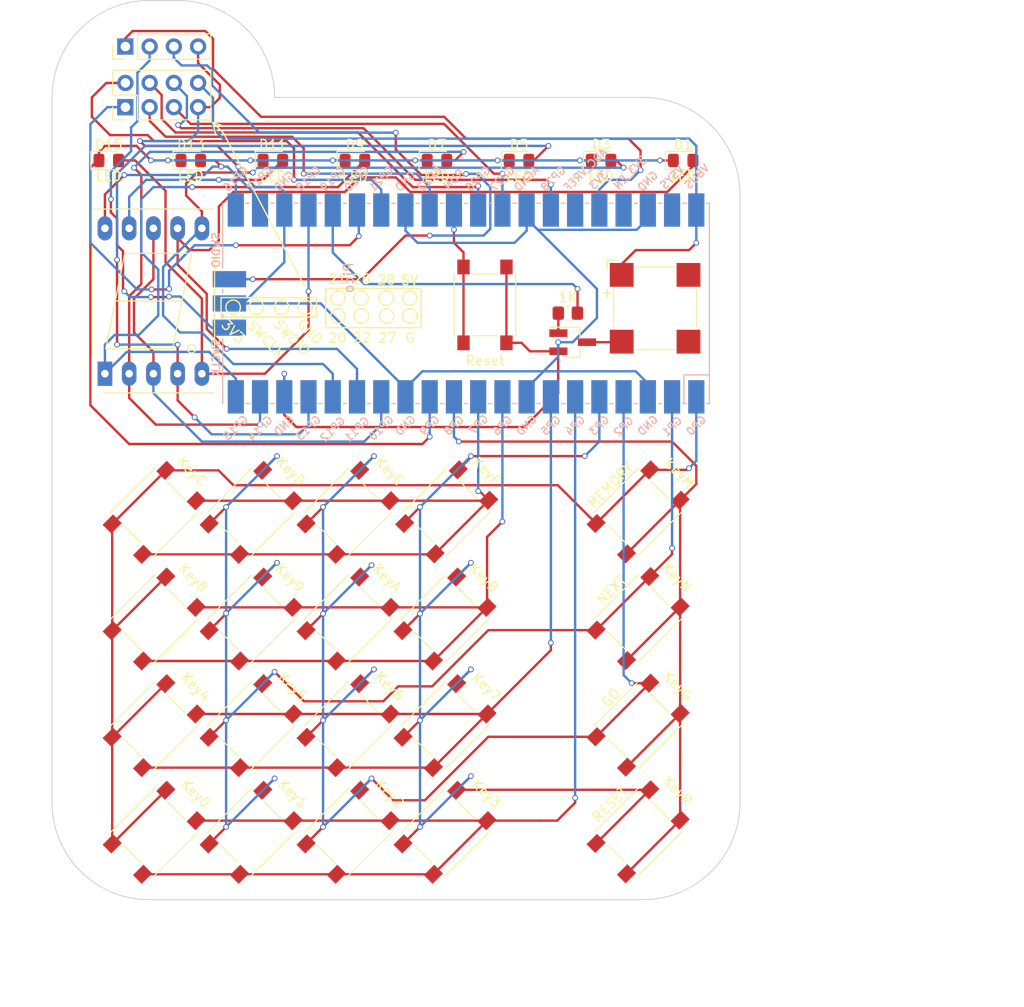
<source format=kicad_pcb>
(kicad_pcb (version 20211014) (generator pcbnew)
  (layers (0 "F.Cu" signal) (31 "B.Cu" signal) (34 "B.Paste" user) (35 "F.Paste" user) (36 "B.SilkS" user "B.Silkscreen") (37 "F.SilkS" user "F.Silkscreen") (38 "B.Mask" user) (39 "F.Mask" user) (44 "Edge.Cuts" user))
  (net 0 "")
  (net 1 "VBUS")
  (net 2 "Net-(BZ1-Pad2)")
  (net 3 "GPIO09")
  (net 4 "GPIO11")
  (net 5 "GPIO12")
  (net 6 "GPIO13")
  (net 7 "GPIO14")
  (net 8 "GPIO15")
  (net 9 "GPIO16")
  (net 10 "GPIO17")
  (net 11 "GPIO18")
  (net 12 "+3V3")
  (net 13 "SWCLK")
  (net 14 "SWDIO")
  (net 15 "GND")
  (net 16 "GPIO20")
  (net 17 "GPIO21")
  (net 18 "GPIO22")
  (net 19 "GPIO26")
  (net 20 "GPIO28")
  (net 21 "GPIO27")
  (net 22 "GPIO19")
  (net 23 "GPIO00")
  (net 24 "GPIO04")
  (net 25 "GPIO01")
  (net 26 "GPIO02")
  (net 27 "GPIO03")
  (net 28 "GPIO05")
  (net 29 "GPIO06")
  (net 30 "GPIO07")
  (net 31 "GPIO08")
  (net 32 "GPIO10")
  (net 36 "RUN")
  (net 37 "Net-(Q1-Pad1)")
  (footprint "Button_Switch_SMD:SW_Push_1P1T_NO_6x6mm_H9.5mm" (layer "F.Cu") (at 116.41574 141.274241 45)
    (fp_text reference "SW10" hide)
    (fp_text value "Key9")
  )
  (footprint "Package_TO_SOT_SMD:SOT-23_Handsoldering" (layer "F.Cu") (at 150.114 112.268)
    (fp_text reference "Q1" hide)
    (fp_text value "S8050_SMD")
  )
  (footprint "Button_Switch_SMD:SW_Push_1P1T_NO_6x6mm_H9.5mm" (layer "F.Cu") (at 136.73574 141.274241 45)
    (fp_text reference "SW12" hide)
    (fp_text value "KeyB")
  )
  (footprint "Button_Switch_SMD:SW_Push_1P1T_NO_6x6mm_H9.5mm" (layer "F.Cu") (at 126.57574 130.098241 45)
    (fp_text reference "SW15" hide)
    (fp_text value "KeyE")
  )
  (footprint "Button_Switch_SMD:SW_Push_1P1T_NO_6x6mm_H9.5mm" (layer "F.Cu") (at 126.57574 141.274241 45)
    (fp_text reference "SW11" hide)
    (fp_text value "KeyA")
  )
  (footprint "LED_SMD:LED_0805_2012Metric_Pad1.15x1.40mm_HandSolder" (layer "F.Cu") (at 135.89 93.218)
    (fp_text reference "D7")
    (fp_text value "LED")
  )
  (footprint "Connector_PinHeader_2.54mm:PinHeader_1x04_P2.54mm_Vertical" (layer "F.Cu") (at 103.2356 81.28 90)
    (fp_text reference "J1" hide)
    (fp_text value "Conn_SWD")
  )
  (footprint "LED_SMD:LED_0805_2012Metric_Pad1.15x1.40mm_HandSolder" (layer "F.Cu") (at 110.090858 93.218)
    (fp_text reference "D13")
    (fp_text value "LED")
  )
  (footprint "Button_Switch_SMD:SW_Push_1P1T_NO_6x6mm_H9.5mm" (layer "F.Cu") (at 126.57574 163.626241 45)
    (fp_text reference "SW3" hide)
    (fp_text value "Key2")
  )
  (footprint "Button_Switch_SMD:SW_Push_1P1T_NO_6x6mm_H9.5mm" (layer "F.Cu") (at 136.73574 163.626241 45)
    (fp_text reference "SW4" hide)
    (fp_text value "Key3")
  )
  (footprint "Button_Switch_SMD:SW_Push_1P1T_NO_6x6mm_H9.5mm" (layer "F.Cu") (at 106.25574 152.450241 45)
    (fp_text reference "SW5" hide)
    (fp_text value "Key4")
  )
  (footprint "Button_Switch_SMD:SW_Push_1P1T_NO_6x6mm_H9.5mm" (layer "F.Cu") (at 116.41574 163.626241 45)
    (fp_text reference "SW2" hide)
    (fp_text value "Key1")
  )
  (footprint "Connector_PinHeader_2.54mm:PinHeader_2x04_P2.54mm_Vertical" (layer "F.Cu") (at 103.2356 87.635 90)
    (fp_text reference "J2" hide)
    (fp_text value "Conn_Exp")
  )
  (footprint "LED_SMD:LED_0805_2012Metric_Pad1.15x1.40mm_HandSolder" (layer "F.Cu") (at 153.089428 93.218)
    (fp_text reference "D3")
    (fp_text value "LED")
  )
  (footprint "LED_SMD:LED_0805_2012Metric_Pad1.15x1.40mm_HandSolder" (layer "F.Cu") (at 101.491144 93.218)
    (fp_text reference "D15")
    (fp_text value "LED")
  )
  (footprint "Button_Switch_SMD:SW_Push_1P1T_NO_6x6mm_H9.5mm" (layer "F.Cu") (at 156.972 163.576 45)
    (fp_text reference "SW20" hide)
    (fp_text value "KeyR")
  )
  (footprint "LED_SMD:LED_0805_2012Metric_Pad1.15x1.40mm_HandSolder" (layer "F.Cu") (at 118.690572 93.218)
    (fp_text reference "D11")
    (fp_text value "LED")
  )
  (footprint "Buzzer_Beeper:MagneticBuzzer_CUI_CMT-8504-100-SMT" (layer "F.Cu") (at 158.75 108.712)
    (fp_text reference "BZ1" hide)
    (fp_text value "Buzzer")
  )
  (footprint "Button_Switch_SMD:SW_Push_1P1T_NO_6x6mm_H9.5mm" (layer "F.Cu") (at 156.972 152.4 45)
    (fp_text reference "SW19" hide)
    (fp_text value "KeyG")
  )
  (footprint "Button_Switch_SMD:SW_Push_1P1T_NO_6x6mm_H9.5mm" (layer "F.Cu") (at 136.73574 152.450241 45)
    (fp_text reference "SW8" hide)
    (fp_text value "Key7")
  )
  (footprint "Button_Switch_SMD:SW_Push_1P1T_NO_6x6mm_H9.5mm" (layer "F.Cu") (at 126.57574 152.450241 45)
    (fp_text reference "SW7" hide)
    (fp_text value "Key6")
  )
  (footprint "LED_SMD:LED_0805_2012Metric_Pad1.15x1.40mm_HandSolder" (layer "F.Cu") (at 127.290286 93.218)
    (fp_text reference "D9")
    (fp_text value "LED")
  )
  (footprint "Resistor_SMD:R_0805_2012Metric_Pad1.20x1.40mm_HandSolder" (layer "F.Cu") (at 149.606 109.22 180)
    (fp_text reference "R1" hide)
    (fp_text value "1K")
  )
  (footprint "Button_Switch_SMD:SW_Push_1P1T_NO_6x6mm_H9.5mm" (layer "F.Cu") (at 106.25574 130.098241 45)
    (fp_text reference "SW13" hide)
    (fp_text value "KeyC")
  )
  (footprint "Button_Switch_SMD:SW_Push_1P1T_NO_6x6mm_H9.5mm" (layer "F.Cu") (at 106.25574 141.274241 45)
    (fp_text reference "SW9" hide)
    (fp_text value "Key8")
  )
  (footprint "Button_Switch_SMD:SW_Push_1P1T_NO_6x6mm_H9.5mm" (layer "F.Cu") (at 156.972 130.048 45)
    (fp_text reference "SW17" hide)
    (fp_text value "KeyM")
  )
  (footprint "Button_Switch_SMD:SW_Push_1P1T_NO_6x6mm_H9.5mm" (layer "F.Cu") (at 106.25574 163.626241 45)
    (fp_text reference "SW1" hide)
    (fp_text value "Key0")
  )
  (footprint "LED_SMD:LED_0805_2012Metric_Pad1.15x1.40mm_HandSolder" (layer "F.Cu") (at 161.689144 93.218)
    (fp_text reference "D1")
    (fp_text value "LED")
  )
  (footprint "LED_SMD:LED_0805_2012Metric_Pad1.15x1.40mm_HandSolder" (layer "F.Cu") (at 144.489714 93.218)
    (fp_text reference "D5")
    (fp_text value "LED")
  )
  (footprint "Display_7Segment:7SegmentLED_LTS6760_LTS6780" (layer "F.Cu") (at 101.092 115.57 90)
    (fp_text reference "U2" hide)
    (fp_text value "D168K")
  )
  (footprint "Button_Switch_SMD:SW_Push_1P1T_NO_6x6mm_H9.5mm" (layer "F.Cu") (at 116.41574 152.450241 45)
    (fp_text reference "SW6" hide)
    (fp_text value "Key5")
  )
  (footprint "Button_Switch_SMD:SW_Push_1P1T_NO_6x6mm_H9.5mm" (layer "F.Cu") (at 116.41574 130.098241 45)
    (fp_text reference "SW14" hide)
    (fp_text value "KeyD")
  )
  (footprint "Button_Switch_SMD:SW_Push_1P1T_NO_6x6mm_H9.5mm" (layer "F.Cu") (at 156.972 141.224 45)
    (fp_text reference "SW18" hide)
    (fp_text value "KeyN")
  )
  (footprint "Button_Switch_SMD:SW_Push_1P1T_NO_6x6mm_H9.5mm" (layer "F.Cu") (at 140.9192 108.3564 90)
    (fp_text reference "Reset")
    (fp_text value "Hard Reset")
  )
  (footprint "Button_Switch_SMD:SW_Push_1P1T_NO_6x6mm_H9.5mm" (layer "F.Cu") (at 136.906 130.048 45)
    (fp_text reference "SW16" hide)
    (fp_text value "KeyF")
  )
  (footprint "RP Pico:RPi_Pico_SMD_TH" (layer "B.Cu") (at 138.938 108.204 90)
    (fp_text reference "U1" hide)
    (fp_text value "Pico")
  )
  (gr_line (start 112.404464 89.239664) (end 112.655911 90.353215) (layer "F.SilkS") (width 0.15))
  (gr_circle (center 133.0452 109.5248) (end 132.2832 109.5248) (layer "F.SilkS") (width 0.15) (fill none))
  (gr_circle (center 119.6086 108.6104) (end 118.8466 108.6104) (layer "F.SilkS") (width 0.15) (fill none))
  (gr_circle (center 130.5814 107.6452) (end 129.8194 107.6452) (layer "F.SilkS") (width 0.15) (fill none))
  (gr_circle (center 122.047 108.6104) (end 121.285 108.6104) (layer "F.SilkS") (width 0.15) (fill none))
  (gr_line (start 113.518015 90.353215) (end 121.9708 106.3244) (layer "F.SilkS") (width 0.15))
  (gr_rect (start 113.2586 107.5944) (end 123.2662 109.6264) (layer "F.SilkS") (width 0.15) (fill none))
  (gr_circle (center 125.5268 109.5248) (end 124.7648 109.5248) (layer "F.SilkS") (width 0.15) (fill none))
  (gr_rect (start 124.2314 106.6292) (end 134.239 110.744) (layer "F.SilkS") (width 0.15) (fill none))
  (gr_circle (center 127.9398 107.6452) (end 127.1778 107.6452) (layer "F.SilkS") (width 0.15) (fill none))
  (gr_circle (center 116.967 108.6104) (end 116.205 108.6104) (layer "F.SilkS") (width 0.15) (fill none))
  (gr_circle (center 127.9652 109.5248) (end 127.2032 109.5248) (layer "F.SilkS") (width 0.15) (fill none))
  (gr_circle (center 130.6068 109.5248) (end 129.8448 109.5248) (layer "F.SilkS") (width 0.15) (fill none))
  (gr_line (start 112.440385 89.275585) (end 113.518015 90.353215) (layer "F.SilkS") (width 0.15))
  (gr_circle (center 114.5286 108.6104) (end 113.7666 108.6104) (layer "F.SilkS") (width 0.15) (fill none))
  (gr_circle (center 133.0198 107.6452) (end 132.2578 107.6452) (layer "F.SilkS") (width 0.15) (fill none))
  (gr_line (start 112.404464 89.239664) (end 113.482094 89.598874) (layer "F.SilkS") (width 0.15))
  (gr_circle (center 125.5014 107.6452) (end 124.7394 107.6452) (layer "F.SilkS") (width 0.15) (fill none))
  (gr_line (start 95.5548 160.528) (end 95.5548 86.614) (layer "Edge.Cuts") (width 0.1))
  (gr_arc (start 157.48 86.614) (mid 164.664205 89.589795) (end 167.64 96.774) (layer "Edge.Cuts") (width 0.1))
  (gr_line (start 157.48 170.688) (end 105.7148 170.688) (layer "Edge.Cuts") (width 0.1))
  (gr_arc (start 95.5548 86.614) (mid 98.530595 79.429795) (end 105.7148 76.454) (layer "Edge.Cuts") (width 0.1))
  (gr_line (start 167.64 96.774) (end 167.64 160.528) (layer "Edge.Cuts") (width 0.1))
  (gr_arc (start 105.7148 170.688) (mid 98.530595 167.712205) (end 95.5548 160.528) (layer "Edge.Cuts") (width 0.1))
  (gr_arc (start 167.64 160.528) (mid 164.664205 167.712205) (end 157.48 170.688) (layer "Edge.Cuts") (width 0.1))
  (gr_arc (start 108.712 76.454) (mid 115.896205 79.429795) (end 118.872 86.614) (layer "Edge.Cuts") (width 0.1))
  (gr_line (start 105.7148 76.454) (end 108.712 76.454) (layer "Edge.Cuts") (width 0.1))
  (gr_line (start 118.872 86.614) (end 157.48 86.614) (layer "Edge.Cuts") (width 0.1))
  (gr_text "5V" (at 133.0198 105.7656) (layer "F.SilkS") (effects (font (size 1 1))))
  (gr_text "GND" (at 122.555 111.1504 315) (layer "F.SilkS") (effects (font (size 1 1))))
  (gr_text "NEXT" (at 154.178 138.2268 45) (layer "F.SilkS") (effects (font (size 1 1))))
  (gr_text "27" (at 130.683 111.8108) (layer "F.SilkS") (effects (font (size 1 1))))
  (gr_text "MEMORY" (at 154.0764 127.254 45) (layer "F.SilkS") (effects (font (size 1 1))))
  (gr_text "28" (at 130.5814 105.7148) (layer "F.SilkS") (effects (font (size 1 1))))
  (gr_text "SWCLK" (at 117.983 111.9632 315) (layer "F.SilkS") (effects (font (size 1 1))))
  (gr_text "3V3" (at 114.5286 111.1504 315) (layer "F.SilkS") (effects (font (size 1 1))))
  (gr_text "GO" (at 154.1272 149.5044 45) (layer "F.SilkS") (effects (font (size 1 1))))
  (gr_text "20" (at 125.4506 111.8108) (layer "F.SilkS") (effects (font (size 1 1))))
  (gr_text "21" (at 125.4506 105.664) (layer "F.SilkS") (effects (font (size 1 1))))
  (gr_text "RESET" (at 154.0256 160.6804 45) (layer "F.SilkS") (effects (font (size 1 1))))
  (gr_text "SWDIO" (at 120.6754 111.76 315) (layer "F.SilkS") (effects (font (size 1 1))))
  (gr_text "22" (at 127.9906 111.8108) (layer "F.SilkS") (effects (font (size 1 1))))
  (gr_text "26" (at 127.9906 105.664) (layer "F.SilkS") (effects (font (size 1 1))))
  (gr_text "G" (at 133.0706 111.8108) (layer "F.SilkS") (effects (font (size 1 1))))
  (segment (start 156.718 102.616) (end 161.544 102.616) (width 0.25) (layer "F.Cu") (net 1))
  (segment (start 162.306 102.616) (end 163.068 101.854) (width 0.25) (layer "F.Cu") (net 1))
  (segment (start 155.25 104.084) (end 156.718 102.616) (width 0.25) (layer "F.Cu") (net 1))
  (segment (start 161.544 102.616) (end 162.306 102.616) (width 0.25) (layer "F.Cu") (net 1))
  (segment (start 155.25 105.212) (end 155.25 104.084) (width 0.25) (layer "F.Cu") (net 1))
  (via (at 163.068 101.854) (size 0.6) (drill 0.4) (layers "F.Cu" "B.Cu") (net 1))
  (segment (start 163.068 101.854) (end 163.068 99.314) (width 0.25) (layer "B.Cu") (net 1))
  (segment (start 113.4872 90.932) (end 162.306 90.932) (width 0.25) (layer "B.Cu") (net 1))
  (segment (start 162.306 90.932) (end 163.068 91.694) (width 0.25) (layer "B.Cu") (net 1))
  (segment (start 163.068 91.694) (end 163.068 99.314) (width 0.25) (layer "B.Cu") (net 1))
  (segment (start 112.4204 86.6598) (end 112.4204 89.8652) (width 0.25) (layer "B.Cu") (net 1))
  (segment (start 110.8556 85.095) (end 112.4204 86.6598) (width 0.25) (layer "B.Cu") (net 1))
  (segment (start 112.4204 89.8652) (end 113.4872 90.932) (width 0.25) (layer "B.Cu") (net 1))
  (segment (start 155.194 112.268) (end 155.25 112.212) (width 0.25) (layer "F.Cu") (net 2))
  (segment (start 151.614 112.268) (end 155.194 112.268) (width 0.25) (layer "F.Cu") (net 2))
  (segment (start 152.064428 93.218) (end 150.876 93.218) (width 0.25) (layer "F.Cu") (net 3))
  (segment (start 103.632 122.936) (end 134.366 122.936) (width 0.25) (layer "F.Cu") (net 3))
  (segment (start 109.065858 93.218) (end 107.696 93.218) (width 0.25) (layer "F.Cu") (net 3))
  (segment (start 101.092 91.694) (end 100.466144 92.319856) (width 0.25) (layer "F.Cu") (net 3))
  (segment (start 105.918 93.218) (end 104.394 91.694) (width 0.25) (layer "F.Cu") (net 3))
  (segment (start 100.466144 93.218) (end 100.33 93.218) (width 0.25) (layer "F.Cu") (net 3))
  (segment (start 100.33 93.218) (end 99.568 93.98) (width 0.25) (layer "F.Cu") (net 3))
  (segment (start 143.464714 93.218) (end 142.24 93.218) (width 0.25) (layer "F.Cu") (net 3))
  (segment (start 160.664144 93.218) (end 159.258 93.218) (width 0.25) (layer "F.Cu") (net 3))
  (segment (start 99.568 118.872) (end 103.632 122.936) (width 0.25) (layer "F.Cu") (net 3))
  (segment (start 126.265286 93.218) (end 124.968 93.218) (width 0.25) (layer "F.Cu") (net 3))
  (segment (start 134.865 93.218) (end 133.604 93.218) (width 0.25) (layer "F.Cu") (net 3))
  (segment (start 99.568 93.98) (end 99.568 118.872) (width 0.25) (layer "F.Cu") (net 3))
  (segment (start 100.466144 92.319856) (end 100.466144 93.218) (width 0.25) (layer "F.Cu") (net 3))
  (segment (start 104.394 91.694) (end 101.092 91.694) (width 0.25) (layer "F.Cu") (net 3))
  (segment (start 117.665572 93.218) (end 116.332 93.218) (width 0.25) (layer "F.Cu") (net 3))
  (segment (start 134.366 122.936) (end 135.128 122.174) (width 0.25) (layer "F.Cu") (net 3))
  (via (at 135.128 122.174) (size 0.6) (drill 0.4) (layers "F.Cu" "B.Cu") (net 3))
  (via (at 159.258 93.218) (size 0.6) (drill 0.4) (layers "F.Cu" "B.Cu") (net 3))
  (via (at 116.332 93.218) (size 0.6) (drill 0.4) (layers "F.Cu" "B.Cu") (net 3))
  (via (at 150.876 93.218) (size 0.6) (drill 0.4) (layers "F.Cu" "B.Cu") (net 3))
  (via (at 142.24 93.218) (size 0.6) (drill 0.4) (layers "F.Cu" "B.Cu") (net 3))
  (via (at 124.968 93.218) (size 0.6) (drill 0.4) (layers "F.Cu" "B.Cu") (net 3))
  (via (at 107.696 93.218) (size 0.6) (drill 0.4) (layers "F.Cu" "B.Cu") (net 3))
  (via (at 105.918 93.218) (size 0.6) (drill 0.4) (layers "F.Cu" "B.Cu") (net 3))
  (via (at 133.604 93.218) (size 0.6) (drill 0.4) (layers "F.Cu" "B.Cu") (net 3))
  (segment (start 159.258 93.218) (end 150.876 93.218) (width 0.25) (layer "B.Cu") (net 3))
  (segment (start 107.696 93.218) (end 105.918 93.218) (width 0.25) (layer "B.Cu") (net 3))
  (segment (start 133.604 93.218) (end 124.968 93.218) (width 0.25) (layer "B.Cu") (net 3))
  (segment (start 150.876 93.218) (end 142.24 93.218) (width 0.25) (layer "B.Cu") (net 3))
  (segment (start 124.968 93.218) (end 116.332 93.218) (width 0.25) (layer "B.Cu") (net 3))
  (segment (start 116.332 93.218) (end 107.696 93.218) (width 0.25) (layer "B.Cu") (net 3))
  (segment (start 135.128 122.174) (end 135.128 117.094) (width 0.25) (layer "B.Cu") (net 3))
  (segment (start 142.24 93.218) (end 133.604 93.218) (width 0.25) (layer "B.Cu") (net 3))
  (segment (start 111.76 110.876822) (end 113.852589 112.969411) (width 0.25) (layer "F.Cu") (net 4))
  (segment (start 108.712 100.33) (end 108.712 104.14) (width 0.25) (layer "F.Cu") (net 4))
  (segment (start 162.714144 93.825856) (end 162.714144 93.218) (width 0.25) (layer "F.Cu") (net 4))
  (segment (start 127.762 94.996) (end 131.572 94.996) (width 0.25) (layer "F.Cu") (net 4))
  (segment (start 133.096 96.52) (end 160.02 96.52) (width 0.25) (layer "F.Cu") (net 4))
  (segment (start 114.554 96.52) (end 126.238 96.52) (width 0.25) (layer "F.Cu") (net 4))
  (segment (start 111.76 107.188) (end 111.76 110.236) (width 0.25) (layer "F.Cu") (net 4))
  (segment (start 108.712 104.14) (end 111.252 106.68) (width 0.25) (layer "F.Cu") (net 4))
  (segment (start 131.572 94.996) (end 133.096 96.52) (width 0.25) (layer "F.Cu") (net 4))
  (segment (start 160.02 96.52) (end 162.714144 93.825856) (width 0.25) (layer "F.Cu") (net 4))
  (segment (start 108.712 100.33) (end 108.712 101.346) (width 0.25) (layer "F.Cu") (net 4))
  (segment (start 113.03 98.044) (end 114.554 96.52) (width 0.25) (layer "F.Cu") (net 4))
  (segment (start 111.252 106.68) (end 111.76 107.188) (width 0.25) (layer "F.Cu") (net 4))
  (segment (start 108.712 101.346) (end 109.982 102.616) (width 0.25) (layer "F.Cu") (net 4))
  (segment (start 112.014 102.616) (end 113.03 101.6) (width 0.25) (layer "F.Cu") (net 4))
  (segment (start 111.76 110.236) (end 111.76 110.876822) (width 0.25) (layer "F.Cu") (net 4))
  (segment (start 113.03 101.6) (end 113.03 98.044) (width 0.25) (layer "F.Cu") (net 4))
  (segment (start 126.238 96.52) (end 127.762 94.996) (width 0.25) (layer "F.Cu") (net 4))
  (segment (start 109.982 102.616) (end 112.014 102.616) (width 0.25) (layer "F.Cu") (net 4))
  (via (at 113.852589 112.969411) (size 0.6) (drill 0.4) (layers "F.Cu" "B.Cu") (net 4))
  (segment (start 125.415411 112.969411) (end 127.508 115.062) (width 0.25) (layer "B.Cu") (net 4))
  (segment (start 127.508 115.062) (end 127.508 117.094) (width 0.25) (layer "B.Cu") (net 4))
  (segment (start 113.852589 112.969411) (end 125.415411 112.969411) (width 0.25) (layer "B.Cu") (net 4))
  (segment (start 109.601 95.631) (end 109.601 96.901) (width 0.25) (layer "F.Cu") (net 5))
  (segment (start 109.601 96.901) (end 111.252 98.552) (width 0.25) (layer "F.Cu") (net 5))
  (segment (start 154.686 93.218) (end 155.448 93.98) (width 0.25) (layer "F.Cu") (net 5))
  (segment (start 154.114428 93.218) (end 154.686 93.218) (width 0.25) (layer "F.Cu") (net 5))
  (segment (start 116.586 94.488) (end 110.744 94.488) (width 0.25) (layer "F.Cu") (net 5))
  (segment (start 110.744 94.488) (end 109.601 95.631) (width 0.25) (layer "F.Cu") (net 5))
  (segment (start 111.252 98.552) (end 111.252 100.33) (width 0.25) (layer "F.Cu") (net 5))
  (via (at 116.586 94.488) (size 0.6) (drill 0.4) (layers "F.Cu" "B.Cu") (net 5))
  (via (at 155.448 93.98) (size 0.6) (drill 0.4) (layers "F.Cu" "B.Cu") (net 5))
  (segment (start 107.188 104.394) (end 107.188 109.474) (width 0.25) (layer "B.Cu") (net 5))
  (segment (start 155.448 93.98) (end 118.11 93.98) (width 0.25) (layer "B.Cu") (net 5))
  (segment (start 124.968 115.57) (end 124.968 117.094) (width 0.25) (layer "B.Cu") (net 5))
  (segment (start 107.188 109.474) (end 108.966 111.252) (width 0.25) (layer "B.Cu") (net 5))
  (segment (start 123.952 114.554) (end 124.968 115.57) (width 0.25) (layer "B.Cu") (net 5))
  (segment (start 111.252 100.33) (end 107.188 104.394) (width 0.25) (layer "B.Cu") (net 5))
  (segment (start 111.252 111.252) (end 114.554 114.554) (width 0.25) (layer "B.Cu") (net 5))
  (segment (start 118.11 93.98) (end 117.094 93.98) (width 0.25) (layer "B.Cu") (net 5))
  (segment (start 117.094 93.98) (end 116.586 94.488) (width 0.25) (layer "B.Cu") (net 5))
  (segment (start 108.966 111.252) (end 111.252 111.252) (width 0.25) (layer "B.Cu") (net 5))
  (segment (start 114.554 114.554) (end 123.952 114.554) (width 0.25) (layer "B.Cu") (net 5))
  (segment (start 108.712 115.57) (end 108.712 118.364) (width 0.25) (layer "F.Cu") (net 6))
  (segment (start 146.05 93.218) (end 147.574 91.694) (width 0.25) (layer "F.Cu") (net 6))
  (segment (start 108.712 112.522) (end 108.712 115.57) (width 0.25) (layer "F.Cu") (net 6))
  (segment (start 102.362 103.632) (end 102.362 112.522) (width 0.25) (layer "F.Cu") (net 6))
  (segment (start 145.514714 93.218) (end 146.05 93.218) (width 0.25) (layer "F.Cu") (net 6))
  (segment (start 108.712 118.364) (end 110.49 120.142) (width 0.25) (layer "F.Cu") (net 6))
  (via (at 102.362 103.632) (size 0.6) (drill 0.4) (layers "F.Cu" "B.Cu") (net 6))
  (via (at 147.574 91.694) (size 0.6) (drill 0.4) (layers "F.Cu" "B.Cu") (net 6))
  (via (at 102.362 112.522) (size 0.6) (drill 0.4) (layers "F.Cu" "B.Cu") (net 6))
  (via (at 108.712 112.522) (size 0.6) (drill 0.4) (layers "F.Cu" "B.Cu") (net 6))
  (via (at 110.49 120.142) (size 0.6) (drill 0.4) (layers "F.Cu" "B.Cu") (net 6))
  (segment (start 147.574 91.694) (end 105.288807 91.694) (width 0.25) (layer "B.Cu") (net 6))
  (segment (start 110.49 120.142) (end 112.268 121.92) (width 0.25) (layer "B.Cu") (net 6))
  (segment (start 121.412 121.92) (end 122.428 120.904) (width 0.25) (layer "B.Cu") (net 6))
  (segment (start 102.362 94.620807) (end 102.362 103.632) (width 0.25) (layer "B.Cu") (net 6))
  (segment (start 105.288807 91.694) (end 102.362 94.620807) (width 0.25) (layer "B.Cu") (net 6))
  (segment (start 102.362 112.522) (end 108.712 112.522) (width 0.25) (layer "B.Cu") (net 6))
  (segment (start 122.428 120.904) (end 122.428 117.094) (width 0.25) (layer "B.Cu") (net 6))
  (segment (start 112.268 121.92) (end 121.412 121.92) (width 0.25) (layer "B.Cu") (net 6))
  (segment (start 103.632 107.442) (end 103.632 115.57) (width 0.25) (layer "F.Cu") (net 7))
  (segment (start 104.902 94.742) (end 104.902 106.172) (width 0.25) (layer "F.Cu") (net 7))
  (segment (start 104.14 93.98) (end 104.902 94.742) (width 0.25) (layer "F.Cu") (net 7))
  (segment (start 106.426 120.904) (end 117.348 120.904) (width 0.25) (layer "F.Cu") (net 7))
  (segment (start 137.7845 93.218) (end 138.684 92.3185) (width 0.25) (layer "F.Cu") (net 7))
  (segment (start 103.632 115.57) (end 103.632 118.11) (width 0.25) (layer "F.Cu") (net 7))
  (segment (start 136.915 93.218) (end 137.7845 93.218) (width 0.25) (layer "F.Cu") (net 7))
  (segment (start 104.902 106.172) (end 103.632 107.442) (width 0.25) (layer "F.Cu") (net 7))
  (segment (start 103.632 118.11) (end 106.426 120.904) (width 0.25) (layer "F.Cu") (net 7))
  (via (at 104.14 93.98) (size 0.6) (drill 0.4) (layers "F.Cu" "B.Cu") (net 7))
  (via (at 117.348 120.904) (size 0.6) (drill 0.4) (layers "F.Cu" "B.Cu") (net 7))
  (via (at 138.684 92.3185) (size 0.6) (drill 0.4) (layers "F.Cu" "B.Cu") (net 7))
  (segment (start 117.348 120.904) (end 117.348 117.094) (width 0.25) (layer "B.Cu") (net 7))
  (segment (start 105.8015 92.3185) (end 104.14 93.98) (width 0.25) (layer "B.Cu") (net 7))
  (segment (start 138.684 92.3185) (end 105.8015 92.3185) (width 0.25) (layer "B.Cu") (net 7))
  (segment (start 128.315286 93.218) (end 125.521286 96.012) (width 0.25) (layer "F.Cu") (net 8))
  (segment (start 125.521286 96.012) (end 110.236 96.012) (width 0.25) (layer "F.Cu") (net 8))
  (via (at 110.236 96.012) (size 0.6) (drill 0.4) (layers "F.Cu" "B.Cu") (net 8))
  (segment (start 101.092 115.57) (end 103.378 113.284) (width 0.25) (layer "B.Cu") (net 8))
  (segment (start 114.808 116.078) (end 114.808 117.094) (width 0.25) (layer "B.Cu") (net 8))
  (segment (start 106.172 96.012) (end 104.902 97.282) (width 0.25) (layer "B.Cu") (net 8))
  (segment (start 104.902 97.282) (end 104.902 102.87) (width 0.25) (layer "B.Cu") (net 8))
  (segment (start 104.902 102.87) (end 106.68 104.648) (width 0.25) (layer "B.Cu") (net 8))
  (segment (start 106.68 104.648) (end 106.68 109.474) (width 0.25) (layer "B.Cu") (net 8))
  (segment (start 104.648 111.506) (end 102.108 111.506) (width 0.25) (layer "B.Cu") (net 8))
  (segment (start 103.378 113.284) (end 112.014 113.284) (width 0.25) (layer "B.Cu") (net 8))
  (segment (start 102.108 111.506) (end 101.092 112.522) (width 0.25) (layer "B.Cu") (net 8))
  (segment (start 112.014 113.284) (end 114.808 116.078) (width 0.25) (layer "B.Cu") (net 8))
  (segment (start 106.68 109.474) (end 104.648 111.506) (width 0.25) (layer "B.Cu") (net 8))
  (segment (start 101.092 112.522) (end 101.092 115.57) (width 0.25) (layer "B.Cu") (net 8))
  (segment (start 110.236 96.012) (end 106.172 96.012) (width 0.25) (layer "B.Cu") (net 8))
  (segment (start 117.683572 95.25) (end 113.03 95.25) (width 0.25) (layer "F.Cu") (net 9))
  (segment (start 119.715572 93.218) (end 117.683572 95.25) (width 0.25) (layer "F.Cu") (net 9))
  (via (at 113.03 95.25) (size 0.6) (drill 0.4) (layers "F.Cu" "B.Cu") (net 9))
  (segment (start 113.03 95.25) (end 105.41 95.25) (width 0.25) (layer "B.Cu") (net 9))
  (segment (start 114.554 95.25) (end 114.808 95.504) (width 0.25) (layer "B.Cu") (net 9))
  (segment (start 105.41 95.25) (end 103.632 97.028) (width 0.25) (layer "B.Cu") (net 9))
  (segment (start 113.03 95.25) (end 114.554 95.25) (width 0.25) (layer "B.Cu") (net 9))
  (segment (start 114.808 95.504) (end 114.808 99.314) (width 0.25) (layer "B.Cu") (net 9))
  (segment (start 103.632 97.028) (end 103.632 100.33) (width 0.25) (layer "B.Cu") (net 9))
  (segment (start 111.115858 93.218) (end 112.6385 93.218) (width 0.25) (layer "F.Cu") (net 10))
  (segment (start 112.6385 93.218) (end 113.284 93.8635) (width 0.25) (layer "F.Cu") (net 10))
  (segment (start 101.092 100.33) (end 101.092 96.774) (width 0.25) (layer "F.Cu") (net 10))
  (segment (start 101.092 96.774) (end 103.124 94.742) (width 0.25) (layer "F.Cu") (net 10))
  (via (at 113.284 93.8635) (size 0.6) (drill 0.4) (layers "F.Cu" "B.Cu") (net 10))
  (via (at 103.124 94.742) (size 0.6) (drill 0.4) (layers "F.Cu" "B.Cu") (net 10))
  (segment (start 113.284 93.8635) (end 112.3845 93.8635) (width 0.25) (layer "B.Cu") (net 10))
  (segment (start 112.3845 93.8635) (end 111.506 94.742) (width 0.25) (layer "B.Cu") (net 10))
  (segment (start 117.348 99.314) (end 117.348 97.282) (width 0.25) (layer "B.Cu") (net 10))
  (segment (start 103.124 94.742) (end 111.506 94.742) (width 0.25) (layer "B.Cu") (net 10))
  (segment (start 113.9295 93.8635) (end 113.284 93.8635) (width 0.25) (layer "B.Cu") (net 10))
  (segment (start 117.348 97.282) (end 113.9295 93.8635) (width 0.25) (layer "B.Cu") (net 10))
  (segment (start 107.442 103.886) (end 111.252 107.696) (width 0.25) (layer "F.Cu") (net 11))
  (segment (start 104.835597 93.792403) (end 107.442 96.398806) (width 0.25) (layer "F.Cu") (net 11))
  (segment (start 107.442 96.398806) (end 107.442 103.886) (width 0.25) (layer "F.Cu") (net 11))
  (segment (start 117.856 115.57) (end 111.252 115.57) (width 0.25) (layer "F.Cu") (net 11))
  (segment (start 122.428 110.998) (end 117.856 115.57) (width 0.25) (layer "F.Cu") (net 11))
  (segment (start 104.261193 93.218) (end 104.835597 93.792403) (width 0.25) (layer "F.Cu") (net 11))
  (segment (start 102.516144 93.218) (end 104.261193 93.218) (width 0.25) (layer "F.Cu") (net 11))
  (segment (start 111.252 107.696) (end 111.252 115.57) (width 0.25) (layer "F.Cu") (net 11))
  (segment (start 122.428 106.934) (end 122.428 110.998) (width 0.25) (layer "F.Cu") (net 11))
  (via (at 122.428 106.934) (size 0.6) (drill 0.4) (layers "F.Cu" "B.Cu") (net 11))
  (segment (start 122.428 99.314) (end 122.428 106.934) (width 0.25) (layer "B.Cu") (net 11))
  (segment (start 157.226 92.202) (end 157.226 94.234) (width 0.25) (layer "F.Cu") (net 12))
  (segment (start 111.6076 79.6544) (end 112.4204 80.4672) (width 0.25) (layer "F.Cu") (net 12))
  (segment (start 112.4204 83.6168) (end 117.4496 88.646) (width 0.25) (layer "F.Cu") (net 12))
  (segment (start 117.4496 88.646) (end 136.652 88.646) (width 0.25) (layer "F.Cu") (net 12))
  (segment (start 138.938 90.932) (end 155.956 90.932) (width 0.25) (layer "F.Cu") (net 12))
  (segment (start 103.2356 81.28) (end 103.2356 80.4064) (width 0.25) (layer "F.Cu") (net 12))
  (segment (start 103.2356 80.4064) (end 103.9876 79.6544) (width 0.25) (layer "F.Cu") (net 12))
  (segment (start 155.956 90.932) (end 157.226 92.202) (width 0.25) (layer "F.Cu") (net 12))
  (segment (start 112.4204 80.4672) (end 112.4204 83.6168) (width 0.25) (layer "F.Cu") (net 12))
  (segment (start 136.652 88.646) (end 138.938 90.932) (width 0.25) (layer "F.Cu") (net 12))
  (segment (start 103.9876 79.6544) (end 111.6076 79.6544) (width 0.25) (layer "F.Cu") (net 12))
  (via (at 157.226 94.234) (size 0.6) (drill 0.4) (layers "F.Cu" "B.Cu") (net 12))
  (segment (start 156.21 95.25) (end 153.924 95.25) (width 0.25) (layer "B.Cu") (net 12))
  (segment (start 153.924 95.25) (end 152.908 96.266) (width 0.25) (layer "B.Cu") (net 12))
  (segment (start 152.908 96.266) (end 152.908 99.314) (width 0.25) (layer "B.Cu") (net 12))
  (segment (start 157.226 94.234) (end 156.21 95.25) (width 0.25) (layer "B.Cu") (net 12))
  (segment (start 101.7165 97.282) (end 101.7165 98.4145) (width 0.25) (layer "F.Cu") (net 13))
  (segment (start 101.7165 98.4145) (end 101.7165 98.6685) (width 0.25) (layer "F.Cu") (net 13))
  (segment (start 105.909783 107.537125) (end 107.754878 107.537125) (width 0.25) (layer "F.Cu") (net 13))
  (segment (start 102.362 99.314) (end 102.362 102.108) (width 0.25) (layer "F.Cu") (net 13))
  (segment (start 102.362 102.108) (end 102.986511 102.732511) (width 0.25) (layer "F.Cu") (net 13))
  (segment (start 102.986511 102.732511) (end 102.986511 106.796511) (width 0.25) (layer "F.Cu") (net 13))
  (segment (start 107.754878 107.537125) (end 107.8125 107.479503) (width 0.25) (layer "F.Cu") (net 13))
  (segment (start 101.7165 98.6685) (end 102.362 99.314) (width 0.25) (layer "F.Cu") (net 13))
  (segment (start 102.986511 106.796511) (end 103.124 106.934) (width 0.25) (layer "F.Cu") (net 13))
  (via (at 107.8125 107.479503) (size 0.6) (drill 0.4) (layers "F.Cu" "B.Cu") (net 13))
  (via (at 101.7165 97.282) (size 0.6) (drill 0.4) (layers "F.Cu" "B.Cu") (net 13))
  (via (at 103.124 106.934) (size 0.6) (drill 0.4) (layers "F.Cu" "B.Cu") (net 13))
  (via (at 105.909783 107.537125) (size 0.6) (drill 0.4) (layers "F.Cu" "B.Cu") (net 13))
  (segment (start 101.7165 97.282) (end 101.7165 94.3715) (width 0.25) (layer "B.Cu") (net 13))
  (segment (start 107.8125 107.479503) (end 109.003503 107.479503) (width 0.25) (layer "B.Cu") (net 13))
  (segment (start 109.003503 107.479503) (end 112.268 110.744) (width 0.25) (layer "B.Cu") (net 13))
  (segment (start 103.727125 107.537125) (end 105.909783 107.537125) (width 0.25) (layer "B.Cu") (net 13))
  (segment (start 104.4956 89.1032) (end 104.4956 84.0232) (width 0.25) (layer "B.Cu") (net 13))
  (segment (start 105.7756 82.7432) (end 105.7756 81.28) (width 0.25) (layer "B.Cu") (net 13))
  (segment (start 115.038 110.744) (end 112.268 110.744) (width 0.25) (layer "B.Cu") (net 13))
  (segment (start 101.7165 94.3715) (end 103.8352 92.2528) (width 0.25) (layer "B.Cu") (net 13))
  (segment (start 103.8352 92.2528) (end 103.8352 89.7636) (width 0.25) (layer "B.Cu") (net 13))
  (segment (start 103.8352 89.7636) (end 104.4956 89.1032) (width 0.25) (layer "B.Cu") (net 13))
  (segment (start 104.4956 84.0232) (end 105.7756 82.7432) (width 0.25) (layer "B.Cu") (net 13))
  (segment (start 103.124 106.934) (end 103.727125 107.537125) (width 0.25) (layer "B.Cu") (net 13))
  (segment (start 134.244807 94.742) (end 138.8215 94.742) (width 0.25) (layer "F.Cu") (net 14))
  (segment (start 135.128 101.092) (end 132.588 101.092) (width 0.25) (layer "F.Cu") (net 14))
  (segment (start 131.572 90.3075) (end 131.572 92.069193) (width 0.25) (layer "F.Cu") (net 14))
  (segment (start 131.572 92.069193) (end 134.244807 94.742) (width 0.25) (layer "F.Cu") (net 14))
  (segment (start 138.8215 94.742) (end 138.938 94.6255) (width 0.25) (layer "F.Cu") (net 14))
  (segment (start 128.016 105.664) (end 116.586 105.664) (width 0.25) (layer "F.Cu") (net 14))
  (segment (start 132.588 101.092) (end 128.016 105.664) (width 0.25) (layer "F.Cu") (net 14))
  (via (at 116.586 105.664) (size 0.6) (drill 0.4) (layers "F.Cu" "B.Cu") (net 14))
  (via (at 138.938 94.6255) (size 0.6) (drill 0.4) (layers "F.Cu" "B.Cu") (net 14))
  (via (at 135.128 101.092) (size 0.6) (drill 0.4) (layers "F.Cu" "B.Cu") (net 14))
  (via (at 131.572 90.3075) (size 0.6) (drill 0.4) (layers "F.Cu" "B.Cu") (net 14))
  (segment (start 108.3156 81.28) (end 108.3056 81.29) (width 0.25) (layer "B.Cu") (net 14))
  (segment (start 117.2823 90.3075) (end 131.572 90.3075) (width 0.25) (layer "B.Cu") (net 14))
  (segment (start 140.0915 94.6255) (end 141.478 96.012) (width 0.25) (layer "B.Cu") (net 14))
  (segment (start 112.3188 85.344) (end 117.2823 90.3075) (width 0.25) (layer "B.Cu") (net 14))
  (segment (start 115.038 105.664) (end 116.586 105.664) (width 0.25) (layer "B.Cu") (net 14))
  (segment (start 109.1184 83.2612) (end 111.8108 83.2612) (width 0.25) (layer "B.Cu") (net 14))
  (segment (start 140.779022 101.092) (end 135.128 101.092) (width 0.25) (layer "B.Cu") (net 14))
  (segment (start 108.3056 81.29) (end 108.3056 82.4484) (width 0.25) (layer "B.Cu") (net 14))
  (segment (start 141.478 96.012) (end 141.478 100.393022) (width 0.25) (layer "B.Cu") (net 14))
  (segment (start 141.478 100.393022) (end 140.779022 101.092) (width 0.25) (layer "B.Cu") (net 14))
  (segment (start 112.3188 83.7692) (end 112.3188 85.344) (width 0.25) (layer "B.Cu") (net 14))
  (segment (start 111.8108 83.2612) (end 112.3188 83.7692) (width 0.25) (layer "B.Cu") (net 14))
  (segment (start 108.3056 82.4484) (end 109.1184 83.2612) (width 0.25) (layer "B.Cu") (net 14))
  (segment (start 138.938 94.6255) (end 140.0915 94.6255) (width 0.25) (layer "B.Cu") (net 14))
  (segment (start 119.888 119.888) (end 121.158 121.158) (width 0.25) (layer "F.Cu") (net 15))
  (segment (start 145.034 121.158) (end 148.59 117.602) (width 0.25) (layer "F.Cu") (net 15))
  (segment (start 121.158 121.158) (end 145.034 121.158) (width 0.25) (layer "F.Cu") (net 15))
  (segment (start 110.8556 87.635) (end 112.1614 87.635) (width 0.25) (layer "F.Cu") (net 15))
  (segment (start 115.062 93.8635) (end 112.8925 91.694) (width 0.25) (layer "F.Cu") (net 15))
  (segment (start 119.888 115.57) (end 119.888 119.888) (width 0.25) (layer "F.Cu") (net 15))
  (segment (start 110.8556 81.28) (end 110.8556 83.0172) (width 0.25) (layer "F.Cu") (net 15))
  (segment (start 148.59 112.268) (end 148.59 113.194) (width 0.25) (layer "F.Cu") (net 15))
  (segment (start 105.267907 91.694) (end 104.759447 91.18554) (width 0.25) (layer "F.Cu") (net 15))
  (segment (start 112.1614 87.635) (end 113.1316 86.6648) (width 0.25) (layer "F.Cu") (net 15))
  (segment (start 143.1692 112.3314) (end 144.7418 112.3314) (width 0.25) (layer "F.Cu") (net 15))
  (segment (start 110.8556 83.0172) (end 113.1316 85.2932) (width 0.25) (layer "F.Cu") (net 15))
  (segment (start 143.1692 104.3814) (end 143.1692 112.3314) (width 0.25) (layer "F.Cu") (net 15))
  (segment (start 148.59 113.194) (end 148.614 113.218) (width 0.25) (layer "F.Cu") (net 15))
  (segment (start 148.59 117.602) (end 148.59 112.268) (width 0.25) (layer "F.Cu") (net 15))
  (segment (start 145.6284 113.218) (end 148.614 113.218) (width 0.25) (layer "F.Cu") (net 15))
  (segment (start 112.8925 91.694) (end 105.267907 91.694) (width 0.25) (layer "F.Cu") (net 15))
  (segment (start 113.1316 85.2932) (end 113.1316 86.6648) (width 0.25) (layer "F.Cu") (net 15))
  (segment (start 144.7418 112.3314) (end 145.6284 113.218) (width 0.25) (layer "F.Cu") (net 15))
  (via (at 148.59 112.268) (size 0.6) (drill 0.4) (layers "F.Cu" "B.Cu") (net 15))
  (via (at 104.759447 91.18554) (size 0.6) (drill 0.4) (layers "F.Cu" "B.Cu") (net 15))
  (via (at 119.888 115.57) (size 0.6) (drill 0.4) (layers "F.Cu" "B.Cu") (net 15))
  (via (at 115.062 93.8635) (size 0.6) (drill 0.4) (layers "F.Cu" "B.Cu") (net 15))
  (segment (start 150.114 112.268) (end 148.59 112.268) (width 0.25) (layer "B.Cu") (net 15))
  (segment (start 115.038 108.204) (end 115.57 108.204) (width 0.25) (layer "B.Cu") (net 15))
  (segment (start 115.062 94.234) (end 115.062 93.8635) (width 0.25) (layer "B.Cu") (net 15))
  (segment (start 119.888 99.314) (end 119.888 96.52) (width 0.25) (layer "B.Cu") (net 15))
  (segment (start 119.888 103.886) (end 119.888 99.314) (width 0.25) (layer "B.Cu") (net 15))
  (segment (start 147.066 115.316) (end 148.59 113.792) (width 0.25) (layer "B.Cu") (net 15))
  (segment (start 157.988 116.586) (end 156.718 115.316) (width 0.25) (layer "B.Cu") (net 15))
  (segment (start 147.574 115.316) (end 147.066 115.316) (width 0.25) (layer "B.Cu") (net 15))
  (segment (start 119.38 96.012) (end 116.84 96.012) (width 0.25) (layer "B.Cu") (net 15))
  (segment (start 115.57 108.204) (end 119.888 103.886) (width 0.25) (layer "B.Cu") (net 15))
  (segment (start 156.718 115.316) (end 147.574 115.316) (width 0.25) (layer "B.Cu") (net 15))
  (segment (start 132.588 117.094) (end 134.366 115.316) (width 0.25) (layer "B.Cu") (net 15))
  (segment (start 152.654 109.728) (end 150.114 112.268) (width 0.25) (layer "B.Cu") (net 15))
  (segment (start 104.759447 91.18554) (end 104.759907 91.186) (width 0.25) (layer "B.Cu") (net 15))
  (segment (start 152.654 106.68) (end 152.654 109.728) (width 0.25) (layer "B.Cu") (net 15))
  (segment (start 116.84 96.012) (end 115.062 94.234) (width 0.25) (layer "B.Cu") (net 15))
  (segment (start 144.018 101.854) (end 145.288 100.584) (width 0.25) (layer "B.Cu") (net 15))
  (segment (start 148.59 113.792) (end 148.59 112.268) (width 0.25) (layer "B.Cu") (net 15))
  (segment (start 146.462511 100.488511) (end 145.288 99.314) (width 0.25) (layer "B.Cu") (net 15))
  (segment (start 134.366 115.316) (end 147.574 115.316) (width 0.25) (layer "B.Cu") (net 15))
  (segment (start 132.588 99.314) (end 132.588 100.584) (width 0.25) (layer "B.Cu") (net 15))
  (segment (start 145.288 100.584) (end 145.288 99.314) (width 0.25) (layer "B.Cu") (net 15))
  (segment (start 119.888 96.52) (end 119.38 96.012) (width 0.25) (layer "B.Cu") (net 15))
  (segment (start 157.988 99.314) (end 156.813489 100.488511) (width 0.25) (layer "B.Cu") (net 15))
  (segment (start 119.888 117.094) (end 119.888 115.57) (width 0.25) (layer "B.Cu") (net 15))
  (segment (start 156.813489 100.488511) (end 146.462511 100.488511) (width 0.25) (layer "B.Cu") (net 15))
  (segment (start 123.698 108.204) (end 132.588 117.094) (width 0.25) (layer "B.Cu") (net 15))
  (segment (start 157.988 117.094) (end 157.988 116.586) (width 0.25) (layer "B.Cu") (net 15))
  (segment (start 132.588 100.584) (end 133.858 101.854) (width 0.25) (layer "B.Cu") (net 15))
  (segment (start 110.8556 90.2108) (end 110.8556 87.635) (width 0.25) (layer "B.Cu") (net 15))
  (segment (start 104.759907 91.186) (end 109.8804 91.186) (width 0.25) (layer "B.Cu") (net 15))
  (segment (start 109.8804 91.186) (end 110.8556 90.2108) (width 0.25) (layer "B.Cu") (net 15))
  (segment (start 147.066 115.316) (end 145.288 117.094) (width 0.25) (layer "B.Cu") (net 15))
  (segment (start 133.858 101.854) (end 144.018 101.854) (width 0.25) (layer "B.Cu") (net 15))
  (segment (start 115.038 108.204) (end 123.698 108.204) (width 0.25) (layer "B.Cu") (net 15))
  (segment (start 146.462511 100.488511) (end 152.654 106.68) (width 0.25) (layer "B.Cu") (net 15))
  (segment (start 126.746 102.108) (end 127.695589 101.158411) (width 0.25) (layer "F.Cu") (net 16))
  (segment (start 105.978589 106.740589) (end 107.751911 106.740589) (width 0.25) (layer "F.Cu") (net 16))
  (segment (start 114.808 102.108) (end 126.746 102.108) (width 0.25) (layer "F.Cu") (net 16))
  (segment (start 107.751911 106.740589) (end 107.8125 106.68) (width 0.25) (layer "F.Cu") (net 16))
  (via (at 127.695589 101.158411) (size 0.6) (drill 0.4) (layers "F.Cu" "B.Cu") (net 16))
  (via (at 107.8125 106.68) (size 0.6) (drill 0.4) (layers "F.Cu" "B.Cu") (net 16))
  (via (at 114.808 102.108) (size 0.6) (drill 0.4) (layers "F.Cu" "B.Cu") (net 16))
  (via (at 105.978589 106.740589) (size 0.6) (drill 0.4) (layers "F.Cu" "B.Cu") (net 16))
  (segment (start 104.454589 106.740589) (end 99.568 101.854) (width 0.25) (layer "B.Cu") (net 16))
  (segment (start 110.49 102.108) (end 114.808 102.108) (width 0.25) (layer "B.Cu") (net 16))
  (segment (start 107.8125 104.7855) (end 110.49 102.108) (width 0.25) (layer "B.Cu") (net 16))
  (segment (start 103.2356 87.635) (end 101.351 87.635) (width 0.25) (layer "B.Cu") (net 16))
  (segment (start 127.695589 99.501589) (end 127.508 99.314) (width 0.25) (layer "B.Cu") (net 16))
  (segment (start 105.978589 106.740589) (end 104.454589 106.740589) (width 0.25) (layer "B.Cu") (net 16))
  (segment (start 107.8125 106.68) (end 107.8125 104.7855) (width 0.25) (layer "B.Cu") (net 16))
  (segment (start 127.695589 101.158411) (end 127.695589 99.501589) (width 0.25) (layer "B.Cu") (net 16))
  (segment (start 101.351 87.635) (end 99.568 89.418) (width 0.25) (layer "B.Cu") (net 16))
  (segment (start 99.568 101.854) (end 99.568 89.418) (width 0.25) (layer "B.Cu") (net 16))
  (segment (start 120.904 95.25) (end 120.904 91.948) (width 0.25) (layer "F.Cu") (net 17))
  (segment (start 120.904 91.948) (end 120.142 91.186) (width 0.25) (layer "F.Cu") (net 17))
  (segment (start 105.57776 90.56104) (end 101.63544 90.56104) (width 0.25) (layer "F.Cu") (net 17))
  (segment (start 101.2394 85.095) (end 103.2356 85.095) (width 0.25) (layer "F.Cu") (net 17))
  (segment (start 99.7204 88.646) (end 99.7204 86.614) (width 0.25) (layer "F.Cu") (net 17))
  (segment (start 120.142 91.186) (end 106.20272 91.186) (width 0.25) (layer "F.Cu") (net 17))
  (segment (start 106.20272 91.186) (end 105.57776 90.56104) (width 0.25) (layer "F.Cu") (net 17))
  (segment (start 101.63544 90.56104) (end 99.7204 88.646) (width 0.25) (layer "F.Cu") (net 17))
  (segment (start 99.7204 86.614) (end 101.2394 85.095) (width 0.25) (layer "F.Cu") (net 17))
  (via (at 120.904 95.25) (size 0.6) (drill 0.4) (layers "F.Cu" "B.Cu") (net 17))
  (segment (start 130.048 96.266) (end 130.048 99.314) (width 0.25) (layer "B.Cu") (net 17))
  (segment (start 120.904 95.25) (end 129.032 95.25) (width 0.25) (layer "B.Cu") (net 17))
  (segment (start 129.032 95.25) (end 130.048 96.266) (width 0.25) (layer "B.Cu") (net 17))
  (segment (start 107.44968 90.73648) (end 105.7756 89.0624) (width 0.25) (layer "F.Cu") (net 18))
  (segment (start 121.92 91.948) (end 120.70848 90.73648) (width 0.25) (layer "F.Cu") (net 18))
  (segment (start 105.7756 89.0624) (end 105.7756 87.635) (width 0.25) (layer "F.Cu") (net 18))
  (segment (start 121.92 94.6045) (end 121.92 91.948) (width 0.25) (layer "F.Cu") (net 18))
  (segment (start 120.70848 90.73648) (end 107.44968 90.73648) (width 0.25) (layer "F.Cu") (net 18))
  (via (at 121.92 94.6045) (size 0.6) (drill 0.4) (layers "F.Cu" "B.Cu") (net 18))
  (segment (start 133.7205 94.6045) (end 135.128 96.012) (width 0.25) (layer "B.Cu") (net 18))
  (segment (start 135.128 96.012) (end 135.128 99.314) (width 0.25) (layer "B.Cu") (net 18))
  (segment (start 121.92 94.6045) (end 133.7205 94.6045) (width 0.25) (layer "B.Cu") (net 18))
  (segment (start 133.35 96.012) (end 127.62496 90.28696) (width 0.25) (layer "F.Cu") (net 19))
  (segment (start 140.208 95.8955) (end 140.0915 96.012) (width 0.25) (layer "F.Cu") (net 19))
  (segment (start 127.62496 90.28696) (end 108.47336 90.28696) (width 0.25) (layer "F.Cu") (net 19))
  (segment (start 108.47336 90.28696) (end 107.0356 88.8492) (width 0.25) (layer "F.Cu") (net 19))
  (segment (start 140.0915 96.012) (end 133.35 96.012) (width 0.25) (layer "F.Cu") (net 19))
  (segment (start 107.0356 88.8492) (end 107.0356 86.355) (width 0.25) (layer "F.Cu") (net 19))
  (segment (start 107.0356 86.355) (end 105.7756 85.095) (width 0.25) (layer "F.Cu") (net 19))
  (via (at 140.208 95.8955) (size 0.6) (drill 0.4) (layers "F.Cu" "B.Cu") (net 19))
  (segment (start 140.208 95.8955) (end 140.208 99.314) (width 0.25) (layer "B.Cu") (net 19))
  (segment (start 147.32 95.25) (end 133.604 95.25) (width 0.25) (layer "F.Cu") (net 20))
  (segment (start 147.828 95.758) (end 147.32 95.25) (width 0.25) (layer "F.Cu") (net 20))
  (segment (start 133.604 95.25) (end 128.19144 89.83744) (width 0.25) (layer "F.Cu") (net 20))
  (segment (start 109.09064 89.83744) (end 108.7628 89.5096) (width 0.25) (layer "F.Cu") (net 20))
  (segment (start 110.51804 89.83744) (end 109.09064 89.83744) (width 0.25) (layer "F.Cu") (net 20))
  (segment (start 128.19144 89.83744) (end 110.51804 89.83744) (width 0.25) (layer "F.Cu") (net 20))
  (via (at 108.7628 89.5096) (size 0.6) (drill 0.4) (layers "F.Cu" "B.Cu") (net 20))
  (via (at 147.828 95.758) (size 0.6) (drill 0.4) (layers "F.Cu" "B.Cu") (net 20))
  (segment (start 147.828 95.758) (end 147.828 99.314) (width 0.25) (layer "B.Cu") (net 20))
  (segment (start 108.7628 89.5096) (end 108.9152 89.5096) (width 0.25) (layer "B.Cu") (net 20))
  (segment (start 108.9152 89.5096) (end 109.681089 88.743711) (width 0.25) (layer "B.Cu") (net 20))
  (segment (start 109.681089 86.460489) (end 108.3156 85.095) (width 0.25) (layer "B.Cu") (net 20))
  (segment (start 109.681089 88.743711) (end 109.681089 86.460489) (width 0.25) (layer "B.Cu") (net 20))
  (segment (start 141.853193 94.6045) (end 136.636613 89.38792) (width 0.25) (layer "F.Cu") (net 21))
  (segment (start 136.636613 89.38792) (end 110.06852 89.38792) (width 0.25) (layer "F.Cu") (net 21))
  (segment (start 110.06852 89.38792) (end 108.3156 87.635) (width 0.25) (layer "F.Cu") (net 21))
  (segment (start 142.748 94.6045) (end 141.853193 94.6045) (width 0.25) (layer "F.Cu") (net 21))
  (via (at 142.748 94.6045) (size 0.6) (drill 0.4) (layers "F.Cu" "B.Cu") (net 21))
  (segment (start 142.748 94.6045) (end 142.748 99.314) (width 0.25) (layer "B.Cu") (net 21))
  (segment (start 150.622 106.68) (end 150.622 109.204) (width 0.25) (layer "F.Cu") (net 22))
  (segment (start 150.622 109.204) (end 150.606 109.22) (width 0.25) (layer "F.Cu") (net 22))
  (via (at 150.622 106.68) (size 0.6) (drill 0.4) (layers "F.Cu" "B.Cu") (net 22))
  (segment (start 124.968 99.314) (end 124.968 102.87) (width 0.25) (layer "B.Cu") (net 22))
  (segment (start 128.27 106.172) (end 150.114 106.172) (width 0.25) (layer "B.Cu") (net 22))
  (segment (start 150.114 106.172) (end 150.622 106.68) (width 0.25) (layer "B.Cu") (net 22))
  (segment (start 124.968 102.87) (end 128.27 106.172) (width 0.25) (layer "B.Cu") (net 22))
  (segment (start 107.475499 159.224501) (end 101.854 164.846) (width 0.25) (layer "F.Cu") (net 23))
  (segment (start 162.13574 125.64626) (end 162.306 125.476) (width 0.25) (layer "F.Cu") (net 23))
  (segment (start 107.475499 125.696501) (end 112.996501 125.696501) (width 0.25) (layer "F.Cu") (net 23))
  (segment (start 152.57026 131.267759) (end 158.191759 125.64626) (width 0.25) (layer "F.Cu") (net 23))
  (segment (start 158.191759 125.64626) (end 162.13574 125.64626) (width 0.25) (layer "F.Cu") (net 23))
  (segment (start 107.475499 136.872501) (end 101.854 142.494) (width 0.25) (layer "F.Cu") (net 23))
  (segment (start 114.554 127.254) (end 148.556501 127.254) (width 0.25) (layer "F.Cu") (net 23))
  (segment (start 148.556501 127.254) (end 152.57026 131.267759) (width 0.25) (layer "F.Cu") (net 23))
  (segment (start 112.996501 125.696501) (end 114.554 127.254) (width 0.25) (layer "F.Cu") (net 23))
  (segment (start 107.475499 125.696501) (end 101.854 131.318) (width 0.25) (layer "F.Cu") (net 23))
  (segment (start 101.854 164.846) (end 101.854 131.318) (width 0.25) (layer "F.Cu") (net 23))
  (segment (start 107.475499 148.048501) (end 101.854 153.67) (width 0.25) (layer "F.Cu") (net 23))
  (via (at 162.306 125.476) (size 0.6) (drill 0.4) (layers "F.Cu" "B.Cu") (net 23))
  (segment (start 163.068 124.206) (end 163.068 117.094) (width 0.25) (layer "B.Cu") (net 23))
  (segment (start 163.068 124.714) (end 162.306 125.476) (width 0.25) (layer "B.Cu") (net 23))
  (segment (start 163.068 124.206) (end 163.068 124.714) (width 0.25) (layer "B.Cu") (net 23))
  (segment (start 141.13748 162.406482) (end 135.515981 168.027981) (width 0.25) (layer "F.Cu") (net 24))
  (segment (start 150.368 160.02) (end 150.368 160.528) (width 0.25) (layer "F.Cu") (net 24))
  (segment (start 141.13748 162.406482) (end 146.711518 162.406482) (width 0.25) (layer "F.Cu") (net 24))
  (segment (start 110.65748 162.406482) (end 141.13748 162.406482) (width 0.25) (layer "F.Cu") (net 24))
  (segment (start 150.368 160.528) (end 148.489518 162.406482) (width 0.25) (layer "F.Cu") (net 24))
  (segment (start 148.489518 162.406482) (end 146.711518 162.406482) (width 0.25) (layer "F.Cu") (net 24))
  (segment (start 105.035981 168.027981) (end 135.515981 168.027981) (width 0.25) (layer "F.Cu") (net 24))
  (via (at 150.368 160.02) (size 0.6) (drill 0.4) (layers "F.Cu" "B.Cu") (net 24))
  (segment (start 150.368 117.094) (end 150.368 160.02) (width 0.25) (layer "B.Cu") (net 24))
  (segment (start 118.872 146.812) (end 117.635499 148.048501) (width 0.25) (layer "F.Cu") (net 25))
  (segment (start 119.126 135.382) (end 117.635499 136.872501) (width 0.25) (layer "F.Cu") (net 25))
  (segment (start 158.191759 136.82226) (end 160.528 134.486019) (width 0.25) (layer "F.Cu") (net 25))
  (segment (start 112.014 131.318) (end 113.792 129.54) (width 0.25) (layer "F.Cu") (net 25))
  (segment (start 135.382 148.336) (end 141.274241 142.443759) (width 0.25) (layer "F.Cu") (net 25))
  (segment (start 112.014 142.494) (end 113.792 140.716) (width 0.25) (layer "F.Cu") (net 25))
  (segment (start 130.263665 149.898335) (end 131.826 148.336) (width 0.25) (layer "F.Cu") (net 25))
  (segment (start 113.792 140.716) (end 113.792 140.678982) (width 0.25) (layer "F.Cu") (net 25))
  (segment (start 141.274241 142.443759) (end 152.57026 142.443759) (width 0.25) (layer "F.Cu") (net 25))
  (segment (start 160.528 134.486019) (end 160.528 133.858) (width 0.25) (layer "F.Cu") (net 25))
  (segment (start 118.872 146.812) (end 121.958335 149.898335) (width 0.25) (layer "F.Cu") (net 25))
  (segment (start 112.014 164.846) (end 113.792 163.068) (width 0.25) (layer "F.Cu") (net 25))
  (segment (start 112.014 153.67) (end 113.792 151.892) (width 0.25) (layer "F.Cu") (net 25))
  (segment (start 118.872 157.988) (end 117.635499 159.224501) (width 0.25) (layer "F.Cu") (net 25))
  (segment (start 119.126 124.206) (end 117.635499 125.696501) (width 0.25) (layer "F.Cu") (net 25))
  (segment (start 131.826 148.336) (end 135.382 148.336) (width 0.25) (layer "F.Cu") (net 25))
  (segment (start 121.958335 149.898335) (end 130.263665 149.898335) (width 0.25) (layer "F.Cu") (net 25))
  (segment (start 152.57026 142.443759) (end 158.191759 136.82226) (width 0.25) (layer "F.Cu") (net 25))
  (via (at 118.872 146.812) (size 0.6) (drill 0.4) (layers "F.Cu" "B.Cu") (net 25))
  (via (at 118.872 157.988) (size 0.6) (drill 0.4) (layers "F.Cu" "B.Cu") (net 25))
  (via (at 113.792 151.892) (size 0.6) (drill 0.4) (layers "F.Cu" "B.Cu") (net 25))
  (via (at 113.792 140.678982) (size 0.6) (drill 0.4) (layers "F.Cu" "B.Cu") (net 25))
  (via (at 119.126 135.382) (size 0.6) (drill 0.4) (layers "F.Cu" "B.Cu") (net 25))
  (via (at 113.792 163.068) (size 0.6) (drill 0.4) (layers "F.Cu" "B.Cu") (net 25))
  (via (at 160.528 133.858) (size 0.6) (drill 0.4) (layers "F.Cu" "B.Cu") (net 25))
  (via (at 113.792 129.54) (size 0.6) (drill 0.4) (layers "F.Cu" "B.Cu") (net 25))
  (via (at 119.126 124.206) (size 0.6) (drill 0.4) (layers "F.Cu" "B.Cu") (net 25))
  (segment (start 113.792 129.54) (end 119.126 124.206) (width 0.25) (layer "B.Cu") (net 25))
  (segment (start 119.088982 135.382) (end 119.126 135.382) (width 0.25) (layer "B.Cu") (net 25))
  (segment (start 113.792 151.892) (end 118.872 146.812) (width 0.25) (layer "B.Cu") (net 25))
  (segment (start 113.792 140.678982) (end 119.088982 135.382) (width 0.25) (layer "B.Cu") (net 25))
  (segment (start 113.792 163.068) (end 113.792 129.54) (width 0.25) (layer "B.Cu") (net 25))
  (segment (start 113.792 163.068) (end 118.872 157.988) (width 0.25) (layer "B.Cu") (net 25))
  (segment (start 160.528 133.858) (end 160.528 117.094) (width 0.25) (layer "B.Cu") (net 25))
  (segment (start 122.174 164.846) (end 123.952 163.068) (width 0.25) (layer "F.Cu") (net 26))
  (segment (start 134.62 160.274) (end 141.274241 153.619759) (width 0.25) (layer "F.Cu") (net 26))
  (segment (start 131.318 160.274) (end 134.62 160.274) (width 0.25) (layer "F.Cu") (net 26))
  (segment (start 129.032 135.636) (end 127.795499 136.872501) (width 0.25) (layer "F.Cu") (net 26))
  (segment (start 158.191759 147.99826) (end 156.29374 147.99826) (width 0.25) (layer "F.Cu") (net 26))
  (segment (start 141.274241 153.619759) (end 152.57026 153.619759) (width 0.25) (layer "F.Cu") (net 26))
  (segment (start 122.174 142.494) (end 123.952 140.716) (width 0.25) (layer "F.Cu") (net 26))
  (segment (start 122.174 131.318) (end 123.952 129.54) (width 0.25) (layer "F.Cu") (net 26))
  (segment (start 152.57026 153.619759) (end 158.191759 147.99826) (width 0.25) (layer "F.Cu") (net 26))
  (segment (start 122.174 153.67) (end 123.952 151.892) (width 0.25) (layer "F.Cu") (net 26))
  (segment (start 129.032 157.988) (end 127.795499 159.224501) (width 0.25) (layer "F.Cu") (net 26))
  (segment (start 129.032 157.988) (end 131.318 160.274) (width 0.25) (layer "F.Cu") (net 26))
  (segment (start 129.286 124.206) (end 127.795499 125.696501) (width 0.25) (layer "F.Cu") (net 26))
  (segment (start 129.286 146.558) (end 127.795499 148.048501) (width 0.25) (layer "F.Cu") (net 26))
  (via (at 156.29374 147.99826) (size 0.6) (drill 0.4) (layers "F.Cu" "B.Cu") (net 26))
  (via (at 129.032 135.636) (size 0.6) (drill 0.4) (layers "F.Cu" "B.Cu") (net 26))
  (via (at 123.952 140.716) (size 0.6) (drill 0.4) (layers "F.Cu" "B.Cu") (net 26))
  (via (at 123.952 151.892) (size 0.6) (drill 0.4) (layers "F.Cu" "B.Cu") (net 26))
  (via (at 123.952 129.54) (size 0.6) (drill 0.4) (layers "F.Cu" "B.Cu") (net 26))
  (via (at 123.952 163.068) (size 0.6) (drill 0.4) (layers "F.Cu" "B.Cu") (net 26))
  (via (at 129.032 157.988) (size 0.6) (drill 0.4) (layers "F.Cu" "B.Cu") (net 26))
  (via (at 129.286 124.206) (size 0.6) (drill 0.4) (layers "F.Cu" "B.Cu") (net 26))
  (via (at 129.286 146.558) (size 0.6) (drill 0.4) (layers "F.Cu" "B.Cu") (net 26))
  (segment (start 123.952 163.068) (end 129.032 157.988) (width 0.25) (layer "B.Cu") (net 26))
  (segment (start 123.952 140.716) (end 129.032 135.636) (width 0.25) (layer "B.Cu") (net 26))
  (segment (start 123.952 129.54) (end 129.286 124.206) (width 0.25) (layer "B.Cu") (net 26))
  (segment (start 123.952 163.068) (end 123.952 129.54) (width 0.25) (layer "B.Cu") (net 26))
  (segment (start 155.448 147.15252) (end 156.29374 147.99826) (width 0.25) (layer "B.Cu") (net 26))
  (segment (start 123.952 151.892) (end 129.286 146.558) (width 0.25) (layer "B.Cu") (net 26))
  (segment (start 155.448 117.094) (end 155.448 147.15252) (width 0.25) (layer "B.Cu") (net 26))
  (segment (start 132.50426 131.14774) (end 134.112 129.54) (width 0.25) (layer "F.Cu") (net 27))
  (segment (start 138.00574 159.17426) (end 137.955499 159.224501) (width 0.25) (layer "F.Cu") (net 27))
  (segment (start 139.446 157.734) (end 137.955499 159.224501) (width 0.25) (layer "F.Cu") (net 27))
  (segment (start 139.446 124.206) (end 139.446 124.326019) (width 0.25) (layer "F.Cu") (net 27))
  (segment (start 139.446 135.382) (end 137.955499 136.872501) (width 0.25) (layer "F.Cu") (net 27))
  (segment (start 132.50426 131.267759) (end 132.50426 131.14774) (width 0.25) (layer "F.Cu") (net 27))
  (segment (start 132.334 164.846) (end 134.112 163.068) (width 0.25) (layer "F.Cu") (net 27))
  (segment (start 139.446 124.326019) (end 138.125759 125.64626) (width 0.25) (layer "F.Cu") (net 27))
  (segment (start 158.191759 159.17426) (end 138.00574 159.17426) (width 0.25) (layer "F.Cu") (net 27))
  (segment (start 152.57026 164.795759) (end 158.191759 159.17426) (width 0.25) (layer "F.Cu") (net 27))
  (segment (start 132.334 142.494) (end 134.112 140.716) (width 0.25) (layer "F.Cu") (net 27))
  (segment (start 139.446 124.206) (end 151.384 124.206) (width 0.25) (layer "F.Cu") (net 27))
  (segment (start 139.446 146.558) (end 137.955499 148.048501) (width 0.25) (layer "F.Cu") (net 27))
  (segment (start 132.334 153.67) (end 134.112 151.892) (width 0.25) (layer "F.Cu") (net 27))
  (via (at 134.112 151.892) (size 0.6) (drill 0.4) (layers "F.Cu" "B.Cu") (net 27))
  (via (at 134.112 140.716) (size 0.6) (drill 0.4) (layers "F.Cu" "B.Cu") (net 27))
  (via (at 151.384 124.206) (size 0.6) (drill 0.4) (layers "F.Cu" "B.Cu") (net 27))
  (via (at 139.446 135.382) (size 0.6) (drill 0.4) (layers "F.Cu" "B.Cu") (net 27))
  (via (at 139.446 157.734) (size 0.6) (drill 0.4) (layers "F.Cu" "B.Cu") (net 27))
  (via (at 139.446 146.558) (size 0.6) (drill 0.4) (layers "F.Cu" "B.Cu") (net 27))
  (via (at 139.446 124.206) (size 0.6) (drill 0.4) (layers "F.Cu" "B.Cu") (net 27))
  (via (at 134.112 163.068) (size 0.6) (drill 0.4) (layers "F.Cu" "B.Cu") (net 27))
  (via (at 134.112 129.54) (size 0.6) (drill 0.4) (layers "F.Cu" "B.Cu") (net 27))
  (segment (start 134.112 163.068) (end 139.446 157.734) (width 0.25) (layer "B.Cu") (net 27))
  (segment (start 134.112 129.54) (end 134.239 129.413) (width 0.25) (layer "B.Cu") (net 27))
  (segment (start 134.112 140.716) (end 139.446 135.382) (width 0.25) (layer "B.Cu") (net 27))
  (segment (start 152.908 122.682) (end 152.908 117.094) (width 0.25) (layer "B.Cu") (net 27))
  (segment (start 134.112 151.892) (end 139.446 146.558) (width 0.25) (layer "B.Cu") (net 27))
  (segment (start 151.384 124.206) (end 152.908 122.682) (width 0.25) (layer "B.Cu") (net 27))
  (segment (start 134.239 129.413) (end 139.446 124.206) (width 0.25) (layer "B.Cu") (net 27))
  (segment (start 134.112 163.068) (end 134.112 129.54) (width 0.25) (layer "B.Cu") (net 27))
  (segment (start 110.65748 151.230482) (end 141.13748 151.230482) (width 0.25) (layer "F.Cu") (net 28))
  (segment (start 147.828 144.539962) (end 147.828 143.764) (width 0.25) (layer "F.Cu") (net 28))
  (segment (start 141.13748 151.230482) (end 135.515981 156.851981) (width 0.25) (layer "F.Cu") (net 28))
  (segment (start 141.13748 151.230482) (end 147.828 144.539962) (width 0.25) (layer "F.Cu") (net 28))
  (segment (start 105.035981 156.851981) (end 135.515981 156.851981) (width 0.25) (layer "F.Cu") (net 28))
  (via (at 147.828 143.764) (size 0.6) (drill 0.4) (layers "F.Cu" "B.Cu") (net 28))
  (segment (start 147.828 117.094) (end 147.828 143.764) (width 0.25) (layer "B.Cu") (net 28))
  (segment (start 141.13748 140.054482) (end 141.13748 132.67452) (width 0.25) (layer "F.Cu") (net 29))
  (segment (start 141.13748 132.67452) (end 142.748 131.064) (width 0.25) (layer "F.Cu") (net 29))
  (segment (start 105.035981 145.675981) (end 135.515981 145.675981) (width 0.25) (layer "F.Cu") (net 29))
  (segment (start 141.13748 140.054482) (end 135.515981 145.675981) (width 0.25) (layer "F.Cu") (net 29))
  (segment (start 110.65748 140.054482) (end 141.13748 140.054482) (width 0.25) (layer "F.Cu") (net 29))
  (via (at 142.748 131.064) (size 0.6) (drill 0.4) (layers "F.Cu" "B.Cu") (net 29))
  (segment (start 142.748 131.064) (end 142.748 117.094) (width 0.25) (layer "B.Cu") (net 29))
  (segment (start 141.30774 128.828241) (end 135.686241 134.44974) (width 0.25) (layer "F.Cu") (net 30))
  (segment (start 135.636 134.499981) (end 135.686241 134.44974) (width 0.25) (layer "F.Cu") (net 30))
  (segment (start 105.035981 134.499981) (end 135.636 134.499981) (width 0.25) (layer "F.Cu") (net 30))
  (segment (start 140.208 127.8785) (end 140.357999 127.8785) (width 0.25) (layer "F.Cu") (net 30))
  (segment (start 140.357999 127.8785) (end 141.30774 128.828241) (width 0.25) (layer "F.Cu") (net 30))
  (segment (start 141.257499 128.878482) (end 141.30774 128.828241) (width 0.25) (layer "F.Cu") (net 30))
  (segment (start 110.65748 128.878482) (end 141.257499 128.878482) (width 0.25) (layer "F.Cu") (net 30))
  (via (at 140.208 127.8785) (size 0.6) (drill 0.4) (layers "F.Cu" "B.Cu") (net 30))
  (segment (start 140.208 127.6245) (end 140.208 117.094) (width 0.25) (layer "B.Cu") (net 30))
  (segment (start 140.208 127.6245) (end 140.208 127.8785) (width 0.25) (layer "B.Cu") (net 30))
  (segment (start 163.068 127.133981) (end 163.068 125.222) (width 0.25) (layer "F.Cu") (net 31))
  (segment (start 138.176 122.682) (end 160.528 122.682) (width 0.25) (layer "F.Cu") (net 31))
  (segment (start 161.37374 151.180241) (end 161.37374 128.828241) (width 0.25) (layer "F.Cu") (net 31))
  (segment (start 161.37374 162.356241) (end 161.37374 151.180241) (width 0.25) (layer "F.Cu") (net 31))
  (segment (start 155.752241 145.62574) (end 161.37374 140.004241) (width 0.25) (layer "F.Cu") (net 31))
  (segment (start 155.752241 167.97774) (end 161.37374 162.356241) (width 0.25) (layer "F.Cu") (net 31))
  (segment (start 163.068 125.222) (end 160.528 122.682) (width 0.25) (layer "F.Cu") (net 31))
  (segment (start 161.37374 128.828241) (end 163.068 127.133981) (width 0.25) (layer "F.Cu") (net 31))
  (segment (start 155.752241 156.80174) (end 161.37374 151.180241) (width 0.25) (layer "F.Cu") (net 31))
  (segment (start 155.752241 134.44974) (end 161.37374 128.828241) (width 0.25) (layer "F.Cu") (net 31))
  (via (at 138.176 122.682) (size 0.6) (drill 0.4) (layers "F.Cu" "B.Cu") (net 31))
  (segment (start 137.668 122.174) (end 138.176 122.682) (width 0.25) (layer "B.Cu") (net 31))
  (segment (start 137.668 117.094) (end 137.668 122.174) (width 0.25) (layer "B.Cu") (net 31))
  (segment (start 104.14 111.252) (end 106.172 113.284) (width 0.25) (layer "F.Cu") (net 32))
  (segment (start 106.172 100.33) (end 106.172 105.664) (width 0.25) (layer "F.Cu") (net 32))
  (segment (start 106.172 113.284) (end 106.172 115.57) (width 0.25) (layer "F.Cu") (net 32))
  (segment (start 104.14 107.696) (end 104.14 111.252) (width 0.25) (layer "F.Cu") (net 32))
  (segment (start 106.172 105.664) (end 104.14 107.696) (width 0.25) (layer "F.Cu") (net 32))
  (segment (start 130.048 120.904) (end 130.048 117.094) (width 0.25) (layer "B.Cu") (net 32))
  (segment (start 111.252 122.682) (end 128.27 122.682) (width 0.25) (layer "B.Cu") (net 32))
  (segment (start 106.172 117.602) (end 111.252 122.682) (width 0.25) (layer "B.Cu") (net 32))
  (segment (start 106.172 115.57) (end 106.172 117.602) (width 0.25) (layer "B.Cu") (net 32))
  (segment (start 128.27 122.682) (end 130.048 120.904) (width 0.25) (layer "B.Cu") (net 32))
  (segment (start 138.6692 104.3814) (end 138.6692 102.8552) (width 0.25) (layer "F.Cu") (net 36))
  (segment (start 137.668 101.854) (end 137.668 100.4675) (width 0.25) (layer "F.Cu") (net 36))
  (segment (start 138.6692 102.8552) (end 137.668 101.854) (width 0.25) (layer "F.Cu") (net 36))
  (segment (start 138.6692 104.3814) (end 138.6692 112.3314) (width 0.25) (layer "F.Cu") (net 36))
  (via (at 137.668 100.4675) (size 0.6) (drill 0.4) (layers "F.Cu" "B.Cu") (net 36))
  (segment (start 137.668 99.314) (end 137.668 100.4675) (width 0.25) (layer "B.Cu") (net 36))
  (segment (start 148.606 109.22) (end 148.606 111.31) (width 0.25) (layer "F.Cu") (net 37))
  (segment (start 148.606 111.31) (end 148.614 111.318) (width 0.25) (layer "F.Cu") (net 37))
)
</source>
